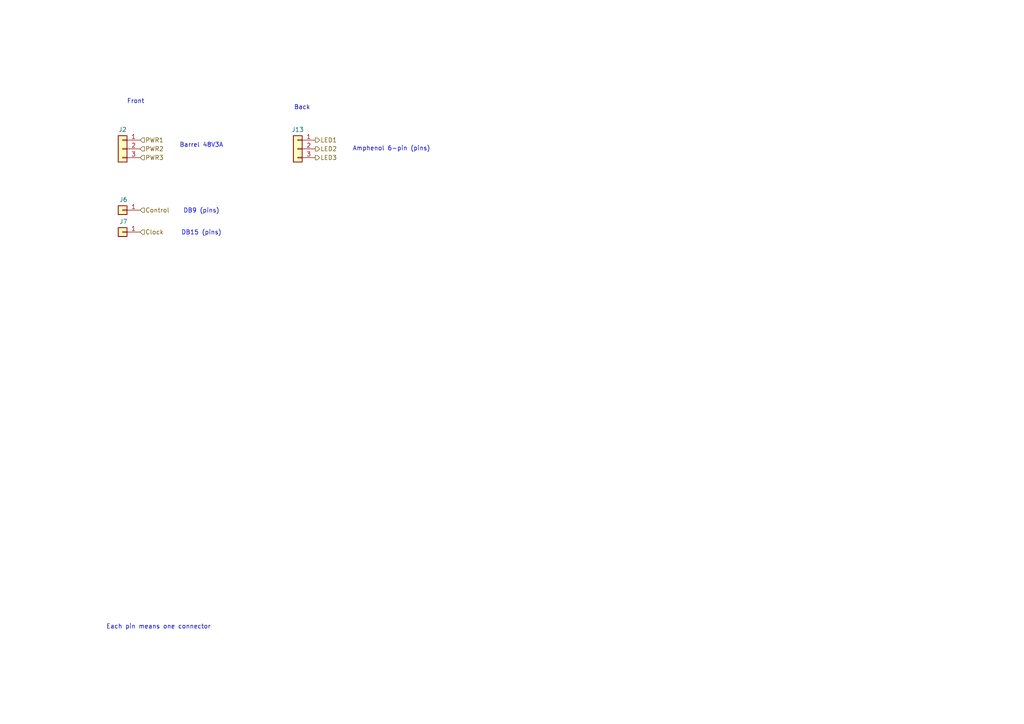
<source format=kicad_sch>
(kicad_sch
	(version 20231120)
	(generator "eeschema")
	(generator_version "8.0")
	(uuid "9f99ae86-7df7-44da-a6c0-d809dae6daf3")
	(paper "A4")
	(title_block
		(title "Instrumentation wiring drawing")
		(date "2024-06-21")
		(rev "v0")
		(company "SBC")
		(comment 1 "Zhiheng Sheng")
	)
	(lib_symbols
		(symbol "Connector_Generic:Conn_01x01"
			(pin_names
				(offset 1.016) hide)
			(exclude_from_sim no)
			(in_bom yes)
			(on_board yes)
			(property "Reference" "J"
				(at 0 2.54 0)
				(effects
					(font
						(size 1.27 1.27)
					)
				)
			)
			(property "Value" "Conn_01x01"
				(at 0 -2.54 0)
				(effects
					(font
						(size 1.27 1.27)
					)
				)
			)
			(property "Footprint" ""
				(at 0 0 0)
				(effects
					(font
						(size 1.27 1.27)
					)
					(hide yes)
				)
			)
			(property "Datasheet" "~"
				(at 0 0 0)
				(effects
					(font
						(size 1.27 1.27)
					)
					(hide yes)
				)
			)
			(property "Description" "Generic connector, single row, 01x01, script generated (kicad-library-utils/schlib/autogen/connector/)"
				(at 0 0 0)
				(effects
					(font
						(size 1.27 1.27)
					)
					(hide yes)
				)
			)
			(property "ki_keywords" "connector"
				(at 0 0 0)
				(effects
					(font
						(size 1.27 1.27)
					)
					(hide yes)
				)
			)
			(property "ki_fp_filters" "Connector*:*_1x??_*"
				(at 0 0 0)
				(effects
					(font
						(size 1.27 1.27)
					)
					(hide yes)
				)
			)
			(symbol "Conn_01x01_1_1"
				(rectangle
					(start -1.27 0.127)
					(end 0 -0.127)
					(stroke
						(width 0.1524)
						(type default)
					)
					(fill
						(type none)
					)
				)
				(rectangle
					(start -1.27 1.27)
					(end 1.27 -1.27)
					(stroke
						(width 0.254)
						(type default)
					)
					(fill
						(type background)
					)
				)
				(pin passive line
					(at -5.08 0 0)
					(length 3.81)
					(name "Pin_1"
						(effects
							(font
								(size 1.27 1.27)
							)
						)
					)
					(number "1"
						(effects
							(font
								(size 1.27 1.27)
							)
						)
					)
				)
			)
		)
		(symbol "Connector_Generic:Conn_01x03"
			(pin_names
				(offset 1.016) hide)
			(exclude_from_sim no)
			(in_bom yes)
			(on_board yes)
			(property "Reference" "J"
				(at 0 5.08 0)
				(effects
					(font
						(size 1.27 1.27)
					)
				)
			)
			(property "Value" "Conn_01x03"
				(at 0 -5.08 0)
				(effects
					(font
						(size 1.27 1.27)
					)
				)
			)
			(property "Footprint" ""
				(at 0 0 0)
				(effects
					(font
						(size 1.27 1.27)
					)
					(hide yes)
				)
			)
			(property "Datasheet" "~"
				(at 0 0 0)
				(effects
					(font
						(size 1.27 1.27)
					)
					(hide yes)
				)
			)
			(property "Description" "Generic connector, single row, 01x03, script generated (kicad-library-utils/schlib/autogen/connector/)"
				(at 0 0 0)
				(effects
					(font
						(size 1.27 1.27)
					)
					(hide yes)
				)
			)
			(property "ki_keywords" "connector"
				(at 0 0 0)
				(effects
					(font
						(size 1.27 1.27)
					)
					(hide yes)
				)
			)
			(property "ki_fp_filters" "Connector*:*_1x??_*"
				(at 0 0 0)
				(effects
					(font
						(size 1.27 1.27)
					)
					(hide yes)
				)
			)
			(symbol "Conn_01x03_1_1"
				(rectangle
					(start -1.27 -2.413)
					(end 0 -2.667)
					(stroke
						(width 0.1524)
						(type default)
					)
					(fill
						(type none)
					)
				)
				(rectangle
					(start -1.27 0.127)
					(end 0 -0.127)
					(stroke
						(width 0.1524)
						(type default)
					)
					(fill
						(type none)
					)
				)
				(rectangle
					(start -1.27 2.667)
					(end 0 2.413)
					(stroke
						(width 0.1524)
						(type default)
					)
					(fill
						(type none)
					)
				)
				(rectangle
					(start -1.27 3.81)
					(end 1.27 -3.81)
					(stroke
						(width 0.254)
						(type default)
					)
					(fill
						(type background)
					)
				)
				(pin passive line
					(at -5.08 2.54 0)
					(length 3.81)
					(name "Pin_1"
						(effects
							(font
								(size 1.27 1.27)
							)
						)
					)
					(number "1"
						(effects
							(font
								(size 1.27 1.27)
							)
						)
					)
				)
				(pin passive line
					(at -5.08 0 0)
					(length 3.81)
					(name "Pin_2"
						(effects
							(font
								(size 1.27 1.27)
							)
						)
					)
					(number "2"
						(effects
							(font
								(size 1.27 1.27)
							)
						)
					)
				)
				(pin passive line
					(at -5.08 -2.54 0)
					(length 3.81)
					(name "Pin_3"
						(effects
							(font
								(size 1.27 1.27)
							)
						)
					)
					(number "3"
						(effects
							(font
								(size 1.27 1.27)
							)
						)
					)
				)
			)
		)
	)
	(text "DB9 (pins)\n"
		(exclude_from_sim no)
		(at 58.42 61.214 0)
		(effects
			(font
				(size 1.27 1.27)
			)
		)
		(uuid "0baa306f-c41b-419e-99db-4f41d9bf6df7")
	)
	(text "Back"
		(exclude_from_sim no)
		(at 87.63 31.242 0)
		(effects
			(font
				(size 1.27 1.27)
			)
		)
		(uuid "95ddbaaa-9d64-4450-947c-8d23649bb5ed")
	)
	(text "DB15 (pins)"
		(exclude_from_sim no)
		(at 58.42 67.564 0)
		(effects
			(font
				(size 1.27 1.27)
			)
		)
		(uuid "bee0e63d-3fe3-4c98-adf0-7b7158f473e3")
	)
	(text "Barrel 48V3A"
		(exclude_from_sim no)
		(at 58.42 42.164 0)
		(effects
			(font
				(size 1.27 1.27)
			)
		)
		(uuid "e7d07e53-a94a-4902-bb86-5619cd49f705")
	)
	(text "Front"
		(exclude_from_sim no)
		(at 39.37 29.464 0)
		(effects
			(font
				(size 1.27 1.27)
			)
		)
		(uuid "ef1855d6-23e7-40c2-9d6e-ae4d4474c9d0")
	)
	(text "Each pin means one connector"
		(exclude_from_sim no)
		(at 45.974 181.864 0)
		(effects
			(font
				(size 1.27 1.27)
			)
		)
		(uuid "f356c656-0f36-427d-853c-9af877d9e4b5")
	)
	(text "Amphenol 6-pin (pins)"
		(exclude_from_sim no)
		(at 113.538 43.18 0)
		(effects
			(font
				(size 1.27 1.27)
			)
		)
		(uuid "fb9ecb3d-e6ee-40e4-9f79-15a5331bd1d6")
	)
	(hierarchical_label "LED1"
		(shape output)
		(at 91.44 40.64 0)
		(fields_autoplaced yes)
		(effects
			(font
				(size 1.27 1.27)
			)
			(justify left)
		)
		(uuid "0326d723-35a8-4cef-871b-8c3d70007ddd")
	)
	(hierarchical_label "LED2"
		(shape output)
		(at 91.44 43.18 0)
		(fields_autoplaced yes)
		(effects
			(font
				(size 1.27 1.27)
			)
			(justify left)
		)
		(uuid "210cfdb2-a921-4d00-ae85-ced3eaa132c5")
	)
	(hierarchical_label "PWR2"
		(shape input)
		(at 40.64 43.18 0)
		(fields_autoplaced yes)
		(effects
			(font
				(size 1.27 1.27)
			)
			(justify left)
		)
		(uuid "4d677275-c405-4918-94ab-26b08362a74c")
	)
	(hierarchical_label "PWR3"
		(shape input)
		(at 40.64 45.72 0)
		(fields_autoplaced yes)
		(effects
			(font
				(size 1.27 1.27)
			)
			(justify left)
		)
		(uuid "63fda92c-a9fa-47d8-8b05-4a93f5abb165")
	)
	(hierarchical_label "LED3"
		(shape output)
		(at 91.44 45.72 0)
		(fields_autoplaced yes)
		(effects
			(font
				(size 1.27 1.27)
			)
			(justify left)
		)
		(uuid "984fef68-62b6-4d82-9728-db0782fe0a6b")
	)
	(hierarchical_label "Clock"
		(shape input)
		(at 40.64 67.31 0)
		(fields_autoplaced yes)
		(effects
			(font
				(size 1.27 1.27)
			)
			(justify left)
		)
		(uuid "ad7d946f-3994-40da-b80a-9f0e01650dd1")
	)
	(hierarchical_label "PWR1"
		(shape input)
		(at 40.64 40.64 0)
		(fields_autoplaced yes)
		(effects
			(font
				(size 1.27 1.27)
			)
			(justify left)
		)
		(uuid "c1adc2c6-cb70-412a-b1c5-2240b971f234")
	)
	(hierarchical_label "Control"
		(shape input)
		(at 40.64 60.96 0)
		(fields_autoplaced yes)
		(effects
			(font
				(size 1.27 1.27)
			)
			(justify left)
		)
		(uuid "ccd56009-e28d-4d0f-93c8-3adf33744a79")
	)
	(symbol
		(lib_id "Connector_Generic:Conn_01x03")
		(at 35.56 43.18 0)
		(mirror y)
		(unit 1)
		(exclude_from_sim no)
		(in_bom yes)
		(on_board yes)
		(dnp no)
		(uuid "175d9af2-2808-472d-b333-fd59e6108981")
		(property "Reference" "J2"
			(at 35.56 37.592 0)
			(effects
				(font
					(size 1.27 1.27)
				)
			)
		)
		(property "Value" "Conn_01x03"
			(at 35.56 49.53 0)
			(effects
				(font
					(size 1.27 1.27)
				)
				(hide yes)
			)
		)
		(property "Footprint" ""
			(at 35.56 43.18 0)
			(effects
				(font
					(size 1.27 1.27)
				)
				(hide yes)
			)
		)
		(property "Datasheet" "~"
			(at 35.56 43.18 0)
			(effects
				(font
					(size 1.27 1.27)
				)
				(hide yes)
			)
		)
		(property "Description" "Generic connector, single row, 01x03, script generated (kicad-library-utils/schlib/autogen/connector/)"
			(at 35.56 43.18 0)
			(effects
				(font
					(size 1.27 1.27)
				)
				(hide yes)
			)
		)
		(pin "1"
			(uuid "68157d7c-b3e8-4864-b65b-9579f4292342")
		)
		(pin "2"
			(uuid "59fe6f90-c03b-4105-9b17-7b6333f7ceae")
		)
		(pin "3"
			(uuid "43fad4ae-4e85-4b67-886d-c9387475df00")
		)
		(instances
			(project "instrumentation_wiring"
				(path "/33b0be37-4aa5-415a-8914-5441d29c7862/133882cd-19c1-4705-b3ad-ec155b8583ca"
					(reference "J2")
					(unit 1)
				)
			)
		)
	)
	(symbol
		(lib_id "Connector_Generic:Conn_01x03")
		(at 86.36 43.18 0)
		(mirror y)
		(unit 1)
		(exclude_from_sim no)
		(in_bom yes)
		(on_board yes)
		(dnp no)
		(uuid "3764686f-8cf5-4a3c-ae8d-f46ef13cd092")
		(property "Reference" "J13"
			(at 86.36 37.592 0)
			(effects
				(font
					(size 1.27 1.27)
				)
			)
		)
		(property "Value" "Conn_01x03"
			(at 86.36 49.53 0)
			(effects
				(font
					(size 1.27 1.27)
				)
				(hide yes)
			)
		)
		(property "Footprint" ""
			(at 86.36 43.18 0)
			(effects
				(font
					(size 1.27 1.27)
				)
				(hide yes)
			)
		)
		(property "Datasheet" "~"
			(at 86.36 43.18 0)
			(effects
				(font
					(size 1.27 1.27)
				)
				(hide yes)
			)
		)
		(property "Description" "Generic connector, single row, 01x03, script generated (kicad-library-utils/schlib/autogen/connector/)"
			(at 86.36 43.18 0)
			(effects
				(font
					(size 1.27 1.27)
				)
				(hide yes)
			)
		)
		(pin "1"
			(uuid "baf05d1e-e7c2-4970-98b0-d8c15e15a9c3")
		)
		(pin "2"
			(uuid "7a18c09f-4698-4219-8008-b52f563612d1")
		)
		(pin "3"
			(uuid "455691d8-1038-4fff-9297-33e04dee7796")
		)
		(instances
			(project ""
				(path "/33b0be37-4aa5-415a-8914-5441d29c7862/133882cd-19c1-4705-b3ad-ec155b8583ca"
					(reference "J13")
					(unit 1)
				)
			)
		)
	)
	(symbol
		(lib_id "Connector_Generic:Conn_01x01")
		(at 35.56 60.96 180)
		(unit 1)
		(exclude_from_sim no)
		(in_bom yes)
		(on_board yes)
		(dnp no)
		(uuid "5233bf41-4b04-4932-906a-f76926462367")
		(property "Reference" "J6"
			(at 35.814 57.912 0)
			(effects
				(font
					(size 1.27 1.27)
				)
			)
		)
		(property "Value" "Conn_01x01"
			(at 35.56 57.15 0)
			(effects
				(font
					(size 1.27 1.27)
				)
				(hide yes)
			)
		)
		(property "Footprint" ""
			(at 35.56 60.96 0)
			(effects
				(font
					(size 1.27 1.27)
				)
				(hide yes)
			)
		)
		(property "Datasheet" "~"
			(at 35.56 60.96 0)
			(effects
				(font
					(size 1.27 1.27)
				)
				(hide yes)
			)
		)
		(property "Description" "Generic connector, single row, 01x01, script generated (kicad-library-utils/schlib/autogen/connector/)"
			(at 35.56 60.96 0)
			(effects
				(font
					(size 1.27 1.27)
				)
				(hide yes)
			)
		)
		(pin "1"
			(uuid "347b6c83-7958-43e2-bd9c-299ab5fd3f46")
		)
		(instances
			(project "instrumentation_wiring"
				(path "/33b0be37-4aa5-415a-8914-5441d29c7862/133882cd-19c1-4705-b3ad-ec155b8583ca"
					(reference "J6")
					(unit 1)
				)
			)
		)
	)
	(symbol
		(lib_id "Connector_Generic:Conn_01x01")
		(at 35.56 67.31 180)
		(unit 1)
		(exclude_from_sim no)
		(in_bom yes)
		(on_board yes)
		(dnp no)
		(uuid "b5b837b9-8fd9-4b58-b38f-35cb4b9244bb")
		(property "Reference" "J7"
			(at 35.814 64.262 0)
			(effects
				(font
					(size 1.27 1.27)
				)
			)
		)
		(property "Value" "Conn_01x01"
			(at 35.56 63.5 0)
			(effects
				(font
					(size 1.27 1.27)
				)
				(hide yes)
			)
		)
		(property "Footprint" ""
			(at 35.56 67.31 0)
			(effects
				(font
					(size 1.27 1.27)
				)
				(hide yes)
			)
		)
		(property "Datasheet" "~"
			(at 35.56 67.31 0)
			(effects
				(font
					(size 1.27 1.27)
				)
				(hide yes)
			)
		)
		(property "Description" "Generic connector, single row, 01x01, script generated (kicad-library-utils/schlib/autogen/connector/)"
			(at 35.56 67.31 0)
			(effects
				(font
					(size 1.27 1.27)
				)
				(hide yes)
			)
		)
		(pin "1"
			(uuid "4ef4e743-8fd7-49d0-8712-d6620feb56d9")
		)
		(instances
			(project "instrumentation_wiring"
				(path "/33b0be37-4aa5-415a-8914-5441d29c7862/133882cd-19c1-4705-b3ad-ec155b8583ca"
					(reference "J7")
					(unit 1)
				)
			)
		)
	)
)

</source>
